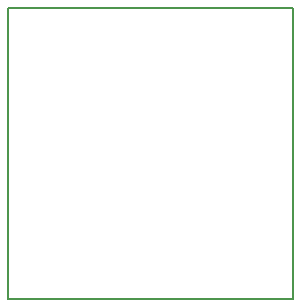
<source format=gko>
G04 DipTrace Beta 2.3.5.2*
%INLulfroMiniBrush.GKO*%
%MOIN*%
%ADD11C,0.0055*%
%FSLAX44Y44*%
G04*
G70*
G90*
G75*
G01*
%LNBoardOutline*%
%LPD*%
X-63Y-63D2*
D11*
Y9625D1*
X9438D1*
Y-63D1*
X-63D1*
M02*

</source>
